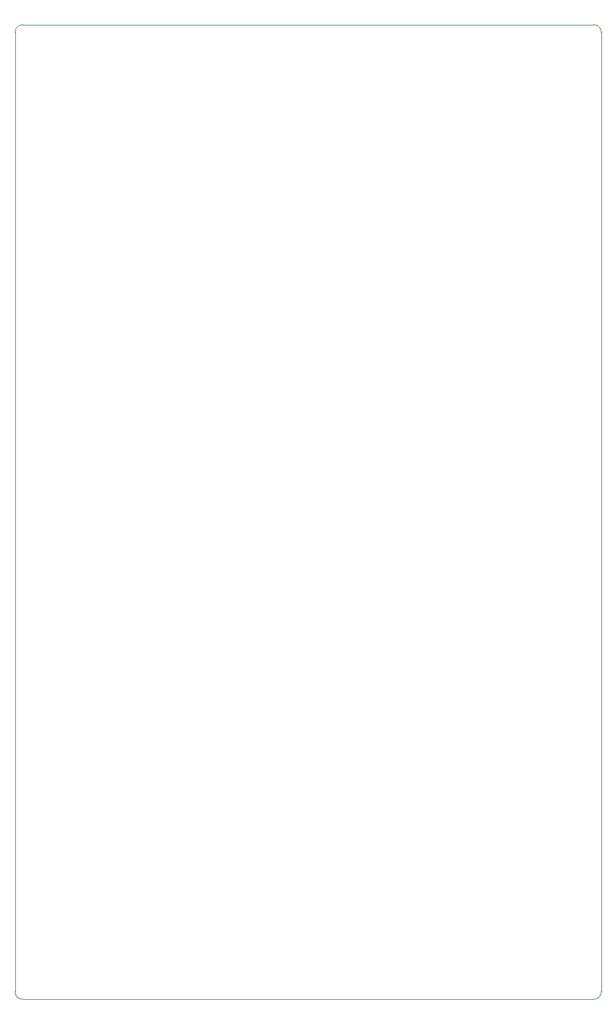
<source format=gbr>
%TF.GenerationSoftware,KiCad,Pcbnew,(6.0.4)*%
%TF.CreationDate,2022-08-26T16:16:49-04:00*%
%TF.ProjectId,Prototype Numpad,50726f74-6f74-4797-9065-204e756d7061,rev?*%
%TF.SameCoordinates,Original*%
%TF.FileFunction,Profile,NP*%
%FSLAX46Y46*%
G04 Gerber Fmt 4.6, Leading zero omitted, Abs format (unit mm)*
G04 Created by KiCad (PCBNEW (6.0.4)) date 2022-08-26 16:16:49*
%MOMM*%
%LPD*%
G01*
G04 APERTURE LIST*
%TA.AperFunction,Profile*%
%ADD10C,0.100000*%
%TD*%
G04 APERTURE END LIST*
D10*
X328600000Y-265500000D02*
G75*
G03*
X329600000Y-264500000I0J1000000D01*
G01*
X329600000Y-137000000D02*
G75*
G03*
X328600000Y-136000000I-1000000J0D01*
G01*
X251600000Y-137000000D02*
X251600000Y-264500000D01*
X328600000Y-265500000D02*
X252600000Y-265500000D01*
X252600000Y-136000000D02*
X328600000Y-136000000D01*
X252600000Y-136000000D02*
G75*
G03*
X251600000Y-137000000I0J-1000000D01*
G01*
X329600000Y-137000000D02*
X329600000Y-264500000D01*
X251600000Y-264500000D02*
G75*
G03*
X252600000Y-265500000I1000000J0D01*
G01*
M02*

</source>
